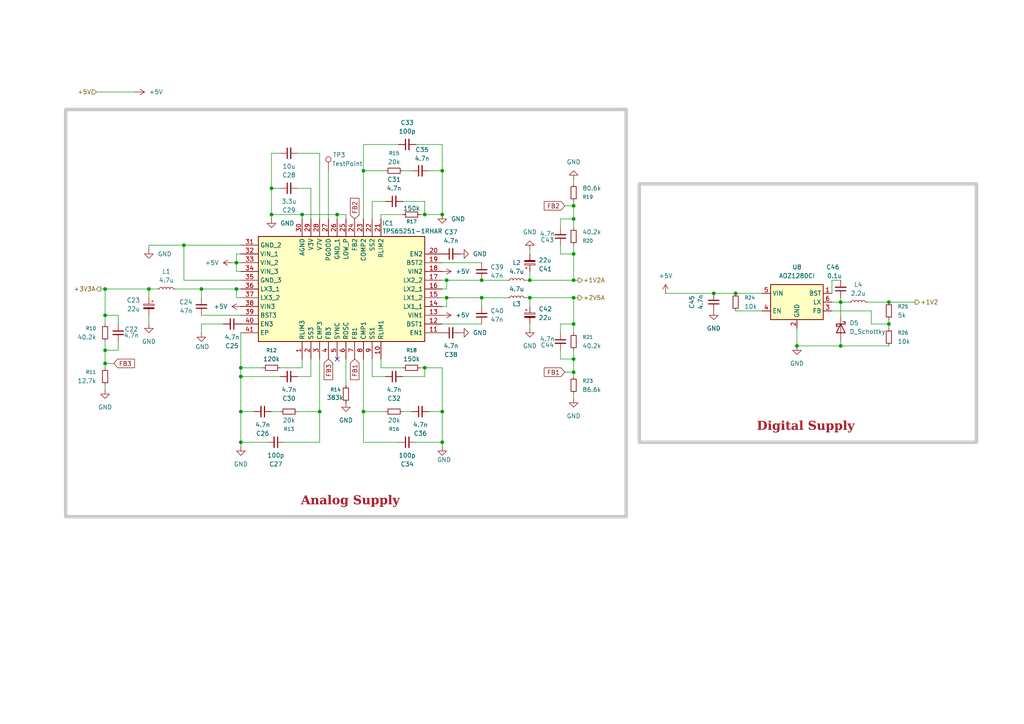
<source format=kicad_sch>
(kicad_sch (version 20250114) (generator "eeschema") (generator_version "9.0")
  (paper "A4")
  (lib_symbols
    (symbol "Connector:TestPoint" (pin_numbers (hide yes)) (pin_names (offset 0.762) (hide yes))
      (property "Reference" "TP" (at 0 6.858 0))
      (property "Value" "TestPoint" (at 0 5.08 0))
      (symbol "TestPoint_0_1"
        (circle (center 0 3.302) (radius 0.762))
      )
      (symbol "TestPoint_1_1"
        (pin passive line (at 0 0 90) (length 2.54) (name "1") (number "1"))
      )
    )
    (symbol "Device:C_Polarized_Small" (pin_numbers (hide yes)) (pin_names (offset 0.254) (hide yes))
      (property "Reference" "C" (at 0.254 1.778 0))
      (property "Value" "C_Polarized_Small" (at 0.254 -2.032 0))
      (symbol "C_Polarized_Small_0_1"
        (rectangle (start -1.524 0.6858) (end 1.524 0.3048))
        (rectangle (start -1.524 -0.3048) (end 1.524 -0.6858) (fill (type outline)))
        (polyline (pts (xy -1.27 1.524) (xy -0.762 1.524)))
        (polyline (pts (xy -1.016 1.27) (xy -1.016 1.778)))
      )
      (symbol "C_Polarized_Small_1_1"
        (pin passive line (at 0 2.54 270) (length 1.8542) (name "~") (number "1"))
        (pin passive line (at 0 -2.54 90) (length 1.8542) (name "~") (number "2"))
      )
    )
    (symbol "Device:C_Small" (pin_numbers (hide yes)) (pin_names (offset 0.254) (hide yes))
      (property "Reference" "C" (at 0.254 1.778 0))
      (property "Value" "C_Small" (at 0.254 -2.032 0))
      (symbol "C_Small_0_1"
        (polyline (pts (xy -1.524 0.508) (xy 1.524 0.508)) (stroke (width 0.3048)))
        (polyline (pts (xy -1.524 -0.508) (xy 1.524 -0.508)) (stroke (width 0.3302)))
      )
      (symbol "C_Small_1_1"
        (pin passive line (at 0 2.54 270) (length 2.032) (name "~") (number "1"))
        (pin passive line (at 0 -2.54 90) (length 2.032) (name "~") (number "2"))
      )
    )
    (symbol "Device:D_Schottky" (pin_numbers (hide yes)) (pin_names (offset 1.016) (hide yes))
      (property "Reference" "D" (at 0 2.54 0))
      (property "Value" "D_Schottky" (at 0 -2.54 0))
      (symbol "D_Schottky_0_1"
        (polyline (pts (xy -1.905 0.635) (xy -1.905 1.27) (xy -1.27 1.27) (xy -1.27 -1.27) (xy -0.635 -1.27) (xy -0.635 -0.635)) (stroke (width 0.254)))
        (polyline (pts (xy 1.27 1.27) (xy 1.27 -1.27) (xy -1.27 0) (xy 1.27 1.27)) (stroke (width 0.254)))
        (polyline (pts (xy 1.27 0) (xy -1.27 0)))
      )
      (symbol "D_Schottky_1_1"
        (pin passive line (at -3.81 0 0) (length 2.54) (name "K") (number "1"))
        (pin passive line (at 3.81 0 180) (length 2.54) (name "A") (number "2"))
      )
    )
    (symbol "Device:L_Small" (pin_numbers (hide yes)) (pin_names (offset 0.254) (hide yes))
      (property "Reference" "L" (at 0.762 1.016 0))
      (property "Value" "L_Small" (at 0.762 -1.016 0))
      (symbol "L_Small_0_1"
        (arc (start 0 2.032) (mid 0.5058 1.524) (end 0 1.016))
        (arc (start 0 1.016) (mid 0.5058 0.508) (end 0 0))
        (arc (start 0 0) (mid 0.5058 -0.508) (end 0 -1.016))
        (arc (start 0 -1.016) (mid 0.5058 -1.524) (end 0 -2.032))
      )
      (symbol "L_Small_1_1"
        (pin passive line (at 0 2.54 270) (length 0.508) (name "~") (number "1"))
        (pin passive line (at 0 -2.54 90) (length 0.508) (name "~") (number "2"))
      )
    )
    (symbol "Device:R_Small" (pin_numbers (hide yes)) (pin_names (offset 0.254) (hide yes))
      (property "Reference" "R" (at 0 0 90))
      (property "Value" "R_Small" (at 1.778 0 90))
      (symbol "R_Small_0_1"
        (rectangle (start -0.762 1.778) (end 0.762 -1.778) (stroke (width 0.2032)))
      )
      (symbol "R_Small_1_1"
        (pin passive line (at 0 2.54 270) (length 0.762) (name "~") (number "1"))
        (pin passive line (at 0 -2.54 90) (length 0.762) (name "~") (number "2"))
      )
    )
    (symbol "Regulator_Switching:AOZ1280CI"
      (property "Reference" "U" (at -6.35 -6.35 0))
      (property "Value" "AOZ1280CI" (at -2.54 6.35 0))
      (symbol "AOZ1280CI_0_1"
        (rectangle (start -7.62 5.08) (end 7.62 -5.08) (stroke (width 0.254)) (fill (type background)))
      )
      (symbol "AOZ1280CI_1_1"
        (pin power_in line (at -10.16 2.54 0) (length 2.54) (name "VIN") (number "5"))
        (pin input line (at -10.16 -2.54 0) (length 2.54) (name "EN") (number "4"))
        (pin power_in line (at 0 -7.62 90) (length 2.54) (name "GND") (number "2"))
        (pin input line (at 10.16 2.54 180) (length 2.54) (name "BST") (number "1"))
        (pin power_out line (at 10.16 0 180) (length 2.54) (name "LX") (number "6"))
        (pin input line (at 10.16 -2.54 180) (length 2.54) (name "FB") (number "3"))
      )
    )
    (symbol "TPS65251-1RHAR:TPS65251-1RHAR"
      (property "Reference" "IC" (at 36.83 17.78 0))
      (property "Value" "TPS65251-1RHAR" (at 36.83 15.24 0))
      (symbol "TPS65251-1RHAR_1_1"
        (rectangle (start 5.08 12.7) (end 35.56 -35.56) (stroke (width 0.254)) (fill (type background)))
        (pin passive line (at 0 0 0) (length 5.08) (name "RLIM3") (number "1"))
        (pin passive line (at 0 -2.54 0) (length 5.08) (name "SS3") (number "2"))
        (pin passive line (at 0 -5.08 0) (length 5.08) (name "CMP3") (number "3"))
        (pin passive line (at 0 -7.62 0) (length 5.08) (name "FB3") (number "4"))
        (pin passive line (at 0 -10.16 0) (length 5.08) (name "SYNC") (number "5"))
        (pin passive line (at 0 -12.7 0) (length 5.08) (name "ROSC") (number "6"))
        (pin passive line (at 0 -15.24 0) (length 5.08) (name "FB1") (number "7"))
        (pin passive line (at 0 -17.78 0) (length 5.08) (name "CMP1") (number "8"))
        (pin passive line (at 0 -20.32 0) (length 5.08) (name "SS1") (number "9"))
        (pin passive line (at 0 -22.86 0) (length 5.08) (name "RLIM1") (number "10"))
        (pin passive line (at 7.62 17.78 270) (length 5.08) (name "EP") (number "41"))
        (pin passive line (at 7.62 -40.64 90) (length 5.08) (name "EN1") (number "11"))
        (pin passive line (at 10.16 17.78 270) (length 5.08) (name "EN3") (number "40"))
        (pin passive line (at 10.16 -40.64 90) (length 5.08) (name "BST1") (number "12"))
        (pin passive line (at 12.7 17.78 270) (length 5.08) (name "BST3") (number "39"))
        (pin passive line (at 12.7 -40.64 90) (length 5.08) (name "VIN1") (number "13"))
        (pin passive line (at 15.24 17.78 270) (length 5.08) (name "VIN3") (number "38"))
        (pin passive line (at 15.24 -40.64 90) (length 5.08) (name "LX1_1") (number "14"))
        (pin passive line (at 17.78 17.78 270) (length 5.08) (name "LX3_2") (number "37"))
        (pin passive line (at 17.78 -40.64 90) (length 5.08) (name "LX1_2") (number "15"))
        (pin passive line (at 20.32 17.78 270) (length 5.08) (name "LX3_1") (number "36"))
        (pin passive line (at 20.32 -40.64 90) (length 5.08) (name "LX2_1") (number "16"))
        (pin passive line (at 22.86 17.78 270) (length 5.08) (name "GND_3") (number "35"))
        (pin passive line (at 22.86 -40.64 90) (length 5.08) (name "LX2_2") (number "17"))
        (pin passive line (at 25.4 17.78 270) (length 5.08) (name "VIN_3") (number "34"))
        (pin passive line (at 25.4 -40.64 90) (length 5.08) (name "VIN2") (number "18"))
        (pin passive line (at 27.94 17.78 270) (length 5.08) (name "VIN_2") (number "33"))
        (pin passive line (at 27.94 -40.64 90) (length 5.08) (name "BST2") (number "19"))
        (pin passive line (at 30.48 17.78 270) (length 5.08) (name "VIN_1") (number "32"))
        (pin passive line (at 30.48 -40.64 90) (length 5.08) (name "EN2") (number "20"))
        (pin passive line (at 33.02 17.78 270) (length 5.08) (name "GND_2") (number "31"))
        (pin passive line (at 40.64 0 180) (length 5.08) (name "AGND") (number "30"))
        (pin passive line (at 40.64 -2.54 180) (length 5.08) (name "V3V") (number "29"))
        (pin passive line (at 40.64 -5.08 180) (length 5.08) (name "V7V") (number "28"))
        (pin passive line (at 40.64 -7.62 180) (length 5.08) (name "PGOOD") (number "27"))
        (pin passive line (at 40.64 -10.16 180) (length 5.08) (name "GND_1") (number "26"))
        (pin passive line (at 40.64 -12.7 180) (length 5.08) (name "LOW_P") (number "25"))
        (pin passive line (at 40.64 -15.24 180) (length 5.08) (name "FB2") (number "24"))
        (pin passive line (at 40.64 -17.78 180) (length 5.08) (name "COMP2") (number "23"))
        (pin passive line (at 40.64 -20.32 180) (length 5.08) (name "SS2") (number "22"))
        (pin passive line (at 40.64 -22.86 180) (length 5.08) (name "RLIM2") (number "21"))
      )
    )
    (symbol "power:+5V" (power) (pin_numbers (hide yes)) (pin_names (offset 0) (hide yes))
      (property "Value" "+5V" (at 0 3.556 0))
      (symbol "+5V_0_1"
        (polyline (pts (xy -0.762 1.27) (xy 0 2.54)))
        (polyline (pts (xy 0 2.54) (xy 0.762 1.27)))
        (polyline (pts (xy 0 0) (xy 0 2.54)))
      )
      (symbol "+5V_1_1"
        (pin power_in line (at 0 0 90) (length 0) (name "~") (number "1"))
      )
    )
    (symbol "power:GND" (power) (pin_numbers (hide yes)) (pin_names (offset 0) (hide yes))
      (property "Value" "GND" (at 0 -3.81 0))
      (symbol "GND_0_1"
        (polyline (pts (xy 0 0) (xy 0 -1.27) (xy 1.27 -1.27) (xy 0 -2.54) (xy -1.27 -1.27) (xy 0 -1.27)))
      )
      (symbol "GND_1_1"
        (pin power_in line (at 0 0 270) (length 0) (name "~") (number "1"))
      )
    )
  )
  (rectangle (start 185.42 53.34) (end 283.21 128.27) (stroke (width 1) (color 200 200 200 1)))
  (rectangle (start 19.05 31.75) (end 181.61 149.86) (stroke (width 1) (color 200 200 200 1)))
  (text_box "Analog Supply" (at 71.12 140.97 0) (size 60.96 7.62) (margins 1.9049 1.9049 1.9049 1.9049) (stroke (width -0.0001)) (effects (font (size 2.54 2.54) (thickness 0.508) (bold yes)) (justify bottom)))
  (text_box "Digital Supply" (at 203.2 119.38 0) (size 60.96 7.62) (margins 1.9049 1.9049 1.9049 1.9049) (stroke (width -0.0001)) (effects (font (size 2.54 2.54) (thickness 0.508) (bold yes)) (justify bottom)))
  (junction (at 53.34 71.12))
  (junction (at 166.37 81.28))
  (junction (at 105.41 49.53))
  (junction (at 213.36 85.09))
  (junction (at 139.7 86.36))
  (junction (at 69.85 119.38))
  (junction (at 78.74 62.23))
  (junction (at 128.27 119.38))
  (junction (at 68.58 76.2))
  (junction (at 92.71 119.38))
  (junction (at 166.37 73.66))
  (junction (at 87.63 62.23))
  (junction (at 123.19 106.68))
  (junction (at 105.41 119.38))
  (junction (at 166.37 86.36))
  (junction (at 243.84 87.63))
  (junction (at 58.42 83.82))
  (junction (at 166.37 63.5))
  (junction (at 129.54 81.28))
  (junction (at 123.19 62.23))
  (junction (at 166.37 93.98))
  (junction (at 43.18 83.82))
  (junction (at 257.81 87.63))
  (junction (at 128.27 49.53))
  (junction (at 30.48 101.6))
  (junction (at 207.01 85.09))
  (junction (at 128.27 62.23))
  (junction (at 30.48 83.82))
  (junction (at 231.14 100.33))
  (junction (at 78.74 54.61))
  (junction (at 69.85 128.27))
  (junction (at 243.84 100.33))
  (junction (at 69.85 109.22))
  (junction (at 166.37 107.95))
  (junction (at 30.48 105.41))
  (junction (at 30.48 91.44))
  (junction (at 139.7 81.28))
  (junction (at 68.58 83.82))
  (junction (at 153.67 81.28))
  (junction (at 129.54 86.36))
  (junction (at 153.67 86.36))
  (junction (at 97.79 62.23))
  (junction (at 69.85 106.68))
  (junction (at 166.37 59.69))
  (junction (at 257.81 93.98))
  (junction (at 166.37 104.14))
  (junction (at 128.27 128.27))
  (no_connect (at 97.79 104.14))
  (wire (pts (xy 166.37 93.98) (xy 166.37 96.52)))
  (wire (pts (xy 105.41 119.38) (xy 105.41 128.27)))
  (wire (pts (xy 69.85 109.22) (xy 69.85 106.68)))
  (wire (pts (xy 153.67 86.36) (xy 166.37 86.36)))
  (wire (pts (xy 153.67 93.98) (xy 153.67 95.25)))
  (wire (pts (xy 231.14 100.33) (xy 243.84 100.33)))
  (wire (pts (xy 251.46 87.63) (xy 257.81 87.63)))
  (wire (pts (xy 97.79 62.23) (xy 100.33 62.23)))
  (wire (pts (xy 128.27 49.53) (xy 128.27 62.23)))
  (wire (pts (xy 243.84 87.63) (xy 246.38 87.63)))
  (wire (pts (xy 116.84 49.53) (xy 119.38 49.53)))
  (wire (pts (xy 162.56 101.6) (xy 162.56 104.14)))
  (wire (pts (xy 30.48 83.82) (xy 30.48 91.44)))
  (wire (pts (xy 153.67 78.74) (xy 153.67 81.28)))
  (wire (pts (xy 120.65 41.91) (xy 128.27 41.91)))
  (wire (pts (xy 58.42 93.98) (xy 64.77 93.98)))
  (wire (pts (xy 43.18 86.36) (xy 43.18 83.82)))
  (wire (pts (xy 78.74 54.61) (xy 81.28 54.61)))
  (wire (pts (xy 241.3 81.28) (xy 241.3 85.09)))
  (wire (pts (xy 69.85 128.27) (xy 69.85 129.54)))
  (wire (pts (xy 69.85 81.28) (xy 53.34 81.28)))
  (wire (pts (xy 153.67 73.66) (xy 153.67 72.39)))
  (wire (pts (xy 128.27 76.2) (xy 139.7 76.2)))
  (wire (pts (xy 163.83 59.69) (xy 166.37 59.69)))
  (wire (pts (xy 68.58 83.82) (xy 69.85 83.82)))
  (wire (pts (xy 163.83 107.95) (xy 166.37 107.95)))
  (wire (pts (xy 78.74 54.61) (xy 78.74 62.23)))
  (wire (pts (xy 69.85 96.52) (xy 69.85 106.68)))
  (wire (pts (xy 34.29 91.44) (xy 30.48 91.44)))
  (wire (pts (xy 121.92 62.23) (xy 123.19 62.23)))
  (wire (pts (xy 68.58 78.74) (xy 68.58 76.2)))
  (wire (pts (xy 128.27 83.82) (xy 129.54 83.82)))
  (wire (pts (xy 123.19 58.42) (xy 123.19 62.23)))
  (wire (pts (xy 78.74 44.45) (xy 78.74 54.61)))
  (wire (pts (xy 81.28 119.38) (xy 78.74 119.38)))
  (wire (pts (xy 58.42 83.82) (xy 58.42 86.36)))
  (wire (pts (xy 82.55 128.27) (xy 92.71 128.27)))
  (wire (pts (xy 58.42 83.82) (xy 68.58 83.82)))
  (wire (pts (xy 105.41 49.53) (xy 105.41 63.5)))
  (wire (pts (xy 116.84 109.22) (xy 123.19 109.22)))
  (wire (pts (xy 128.27 62.23) (xy 123.19 62.23)))
  (wire (pts (xy 105.41 41.91) (xy 115.57 41.91)))
  (wire (pts (xy 34.29 99.06) (xy 34.29 101.6)))
  (wire (pts (xy 68.58 73.66) (xy 69.85 73.66)))
  (wire (pts (xy 162.56 71.12) (xy 162.56 73.66)))
  (wire (pts (xy 121.92 106.68) (xy 123.19 106.68)))
  (wire (pts (xy 30.48 99.06) (xy 30.48 101.6)))
  (wire (pts (xy 87.63 62.23) (xy 97.79 62.23)))
  (wire (pts (xy 68.58 76.2) (xy 68.58 73.66)))
  (wire (pts (xy 166.37 86.36) (xy 167.64 86.36)))
  (wire (pts (xy 166.37 73.66) (xy 166.37 81.28)))
  (wire (pts (xy 124.46 49.53) (xy 128.27 49.53)))
  (wire (pts (xy 166.37 107.95) (xy 166.37 109.22)))
  (wire (pts (xy 27.94 26.67) (xy 39.37 26.67)))
  (wire (pts (xy 110.49 104.14) (xy 110.49 106.68)))
  (wire (pts (xy 147.32 86.36) (xy 139.7 86.36)))
  (wire (pts (xy 81.28 44.45) (xy 78.74 44.45)))
  (wire (pts (xy 129.54 81.28) (xy 129.54 83.82)))
  (wire (pts (xy 30.48 113.03) (xy 30.48 111.76)))
  (wire (pts (xy 30.48 105.41) (xy 30.48 106.68)))
  (wire (pts (xy 162.56 66.04) (xy 162.56 63.5)))
  (wire (pts (xy 87.63 104.14) (xy 87.63 106.68)))
  (wire (pts (xy 95.25 49.53) (xy 95.25 63.5)))
  (wire (pts (xy 107.95 104.14) (xy 107.95 109.22)))
  (wire (pts (xy 110.49 62.23) (xy 116.84 62.23)))
  (wire (pts (xy 69.85 109.22) (xy 81.28 109.22)))
  (wire (pts (xy 166.37 71.12) (xy 166.37 73.66)))
  (wire (pts (xy 257.81 93.98) (xy 257.81 95.25)))
  (wire (pts (xy 107.95 58.42) (xy 107.95 63.5)))
  (wire (pts (xy 243.84 86.36) (xy 243.84 87.63)))
  (wire (pts (xy 124.46 119.38) (xy 128.27 119.38)))
  (wire (pts (xy 58.42 96.52) (xy 58.42 93.98)))
  (wire (pts (xy 162.56 73.66) (xy 166.37 73.66)))
  (wire (pts (xy 43.18 71.12) (xy 53.34 71.12)))
  (wire (pts (xy 81.28 106.68) (xy 87.63 106.68)))
  (wire (pts (xy 30.48 101.6) (xy 30.48 105.41)))
  (wire (pts (xy 87.63 62.23) (xy 87.63 63.5)))
  (wire (pts (xy 139.7 81.28) (xy 147.32 81.28)))
  (wire (pts (xy 252.73 93.98) (xy 252.73 90.17)))
  (wire (pts (xy 86.36 109.22) (xy 90.17 109.22)))
  (wire (pts (xy 162.56 104.14) (xy 166.37 104.14)))
  (wire (pts (xy 34.29 93.98) (xy 34.29 91.44)))
  (wire (pts (xy 105.41 128.27) (xy 115.57 128.27)))
  (wire (pts (xy 153.67 81.28) (xy 152.4 81.28)))
  (wire (pts (xy 69.85 86.36) (xy 68.58 86.36)))
  (wire (pts (xy 139.7 86.36) (xy 139.7 88.9)))
  (wire (pts (xy 69.85 91.44) (xy 58.42 91.44)))
  (wire (pts (xy 120.65 128.27) (xy 128.27 128.27)))
  (wire (pts (xy 68.58 76.2) (xy 69.85 76.2)))
  (wire (pts (xy 166.37 59.69) (xy 166.37 63.5)))
  (wire (pts (xy 162.56 96.52) (xy 162.56 93.98)))
  (wire (pts (xy 73.66 119.38) (xy 69.85 119.38)))
  (wire (pts (xy 53.34 81.28) (xy 53.34 71.12)))
  (wire (pts (xy 166.37 104.14) (xy 166.37 107.95)))
  (wire (pts (xy 166.37 86.36) (xy 166.37 93.98)))
  (wire (pts (xy 116.84 119.38) (xy 119.38 119.38)))
  (wire (pts (xy 243.84 99.06) (xy 243.84 100.33)))
  (wire (pts (xy 166.37 81.28) (xy 167.64 81.28)))
  (wire (pts (xy 243.84 87.63) (xy 243.84 91.44)))
  (wire (pts (xy 166.37 63.5) (xy 166.37 66.04)))
  (wire (pts (xy 252.73 93.98) (xy 257.81 93.98)))
  (wire (pts (xy 257.81 87.63) (xy 265.43 87.63)))
  (wire (pts (xy 128.27 86.36) (xy 129.54 86.36)))
  (wire (pts (xy 153.67 86.36) (xy 152.4 86.36)))
  (wire (pts (xy 68.58 83.82) (xy 68.58 86.36)))
  (wire (pts (xy 128.27 106.68) (xy 128.27 119.38)))
  (wire (pts (xy 153.67 88.9) (xy 153.67 86.36)))
  (wire (pts (xy 231.14 95.25) (xy 231.14 100.33)))
  (wire (pts (xy 69.85 106.68) (xy 76.2 106.68)))
  (wire (pts (xy 43.18 72.39) (xy 43.18 71.12)))
  (wire (pts (xy 107.95 109.22) (xy 111.76 109.22)))
  (wire (pts (xy 29.21 83.82) (xy 30.48 83.82)))
  (wire (pts (xy 153.67 81.28) (xy 166.37 81.28)))
  (wire (pts (xy 110.49 63.5) (xy 110.49 62.23)))
  (wire (pts (xy 207.01 85.09) (xy 213.36 85.09)))
  (wire (pts (xy 128.27 93.98) (xy 139.7 93.98)))
  (wire (pts (xy 128.27 41.91) (xy 128.27 49.53)))
  (wire (pts (xy 128.27 81.28) (xy 129.54 81.28)))
  (wire (pts (xy 86.36 119.38) (xy 92.71 119.38)))
  (wire (pts (xy 241.3 90.17) (xy 252.73 90.17)))
  (wire (pts (xy 241.3 87.63) (xy 243.84 87.63)))
  (wire (pts (xy 162.56 63.5) (xy 166.37 63.5)))
  (wire (pts (xy 90.17 104.14) (xy 90.17 109.22)))
  (wire (pts (xy 107.95 58.42) (xy 111.76 58.42)))
  (wire (pts (xy 105.41 49.53) (xy 111.76 49.53)))
  (wire (pts (xy 128.27 129.54) (xy 128.27 128.27)))
  (wire (pts (xy 92.71 44.45) (xy 92.71 63.5)))
  (wire (pts (xy 92.71 104.14) (xy 92.71 119.38)))
  (wire (pts (xy 110.49 106.68) (xy 116.84 106.68)))
  (wire (pts (xy 43.18 91.44) (xy 43.18 93.98)))
  (wire (pts (xy 90.17 54.61) (xy 90.17 63.5)))
  (wire (pts (xy 243.84 100.33) (xy 257.81 100.33)))
  (wire (pts (xy 68.58 78.74) (xy 69.85 78.74)))
  (wire (pts (xy 50.8 83.82) (xy 58.42 83.82)))
  (wire (pts (xy 105.41 119.38) (xy 111.76 119.38)))
  (wire (pts (xy 213.36 85.09) (xy 220.98 85.09)))
  (wire (pts (xy 69.85 119.38) (xy 69.85 128.27)))
  (wire (pts (xy 166.37 52.07) (xy 166.37 53.34)))
  (wire (pts (xy 30.48 91.44) (xy 30.48 93.98)))
  (wire (pts (xy 128.27 88.9) (xy 129.54 88.9)))
  (wire (pts (xy 34.29 101.6) (xy 30.48 101.6)))
  (wire (pts (xy 92.71 119.38) (xy 92.71 128.27)))
  (wire (pts (xy 105.41 41.91) (xy 105.41 49.53)))
  (wire (pts (xy 67.31 76.2) (xy 68.58 76.2)))
  (wire (pts (xy 129.54 86.36) (xy 129.54 88.9)))
  (wire (pts (xy 166.37 59.69) (xy 166.37 58.42)))
  (wire (pts (xy 257.81 92.71) (xy 257.81 93.98)))
  (wire (pts (xy 128.27 119.38) (xy 128.27 128.27)))
  (wire (pts (xy 30.48 83.82) (xy 43.18 83.82)))
  (wire (pts (xy 33.02 105.41) (xy 30.48 105.41)))
  (wire (pts (xy 162.56 93.98) (xy 166.37 93.98)))
  (wire (pts (xy 166.37 101.6) (xy 166.37 104.14)))
  (wire (pts (xy 193.04 85.09) (xy 207.01 85.09)))
  (wire (pts (xy 53.34 71.12) (xy 69.85 71.12)))
  (wire (pts (xy 123.19 106.68) (xy 128.27 106.68)))
  (wire (pts (xy 69.85 128.27) (xy 77.47 128.27)))
  (wire (pts (xy 116.84 58.42) (xy 123.19 58.42)))
  (wire (pts (xy 213.36 90.17) (xy 220.98 90.17)))
  (wire (pts (xy 166.37 115.57) (xy 166.37 114.3)))
  (wire (pts (xy 69.85 109.22) (xy 69.85 119.38)))
  (wire (pts (xy 100.33 63.5) (xy 100.33 62.23)))
  (wire (pts (xy 97.79 62.23) (xy 97.79 63.5)))
  (wire (pts (xy 86.36 44.45) (xy 92.71 44.45)))
  (wire (pts (xy 123.19 109.22) (xy 123.19 106.68)))
  (wire (pts (xy 78.74 62.23) (xy 78.74 63.5)))
  (wire (pts (xy 105.41 104.14) (xy 105.41 119.38)))
  (wire (pts (xy 129.54 86.36) (xy 139.7 86.36)))
  (wire (pts (xy 86.36 54.61) (xy 90.17 54.61)))
  (wire (pts (xy 100.33 104.14) (xy 100.33 111.76)))
  (wire (pts (xy 87.63 62.23) (xy 78.74 62.23)))
  (wire (pts (xy 129.54 81.28) (xy 139.7 81.28)))
  (wire (pts (xy 241.3 81.28) (xy 243.84 81.28)))
  (wire (pts (xy 43.18 83.82) (xy 45.72 83.82)))
  (global_label "FB3" (shape input) (at 33.02 105.41 0) (property "Intersheetrefs" "${INTERSHEET_REFS}" (effects (hide yes))))
  (global_label "FB2" (shape input) (at 163.83 59.69 180) (property "Intersheetrefs" "${INTERSHEET_REFS}" (effects (hide yes))))
  (global_label "FB1" (shape input) (at 163.83 107.95 180) (property "Intersheetrefs" "${INTERSHEET_REFS}" (effects (hide yes))))
  (global_label "FB1" (shape input) (at 102.87 104.14 270) (property "Intersheetrefs" "${INTERSHEET_REFS}" (effects (hide yes))))
  (global_label "FB3" (shape input) (at 95.25 104.14 270) (property "Intersheetrefs" "${INTERSHEET_REFS}" (effects (hide yes))))
  (global_label "FB2" (shape input) (at 102.87 63.5 90) (property "Intersheetrefs" "${INTERSHEET_REFS}" (effects (hide yes))))
  (hierarchical_label "+2V5A" (shape output) (at 167.64 86.36 0))
  (hierarchical_label "+1V2" (shape output) (at 265.43 87.63 0))
  (hierarchical_label "+1V2A" (shape output) (at 167.64 81.28 0))
  (hierarchical_label "+5V" (shape input) (at 27.94 26.67 180))
  (hierarchical_label "+3V3A" (shape output) (at 29.21 83.82 180))
  (symbol (lib_id "Device:L_Small") (at 149.86 81.28 90) (unit 1)
    (property "Reference" "L2" (at 149.86 76.2 90))
    (property "Value" "4.7u" (at 149.86 78.74 90))
    (property "Description" "Inductor, small symbol" (effects (hide yes)))
  )
  (symbol (lib_id "Device:R_Small") (at 257.81 90.17 0) (unit 1)
    (property "Reference" "R25" (at 260.35 88.8999 0) (effects (font (size 1.016 1.016)) (justify left)))
    (property "Value" "5k" (at 260.35 91.4399 0) (effects (justify left)))
    (property "Description" "Resistor, small symbol" (effects (hide yes)))
  )
  (symbol (lib_id "power:GND") (at 69.85 129.54 0) (unit 1)
    (property "Reference" "#PWR036" (effects (hide yes)))
    (property "Value" "GND" (at 69.85 134.62 0))
    (property "Description" "Power symbol creates a global label with name \"GND\" , ground" (effects (hide yes)))
  )
  (symbol (lib_id "power:+5V") (at 193.04 85.09 0) (unit 1)
    (property "Reference" "#PWR055" (effects (hide yes)))
    (property "Value" "+5V" (at 193.04 80.01 0))
    (property "Description" "Power symbol creates a global label with name \"+5V\"" (effects (hide yes)))
  )
  (symbol (lib_id "Device:C_Small") (at 83.82 109.22 270) (unit 1)
    (property "Reference" "C30" (at 83.8137 115.57 90))
    (property "Value" "4.7n" (at 83.8137 113.03 90))
    (property "Description" "Unpolarized capacitor, small symbol" (effects (hide yes)))
  )
  (symbol (lib_id "power:GND") (at 78.74 63.5 0) (mirror y) (unit 1)
    (property "Reference" "#PWR040" (effects (hide yes)))
    (property "Value" "GND" (at 81.28 64.7699 0) (effects (justify right)))
    (property "Description" "Power symbol creates a global label with name \"GND\" , ground" (effects (hide yes)))
  )
  (symbol (lib_id "Device:R_Small") (at 78.74 106.68 270) (mirror x) (unit 1)
    (property "Reference" "R12" (at 78.74 101.6 90) (effects (font (size 1.016 1.016))))
    (property "Value" "120k" (at 78.74 104.14 90))
    (property "Description" "Resistor, small symbol" (effects (hide yes)))
  )
  (symbol (lib_id "Device:C_Small") (at 207.01 87.63 180) (unit 1)
    (property "Reference" "C45" (at 200.66 87.6237 90))
    (property "Value" "4.7n" (at 203.2 87.6237 90))
    (property "Description" "Unpolarized capacitor, small symbol" (effects (hide yes)))
  )
  (symbol (lib_id "Device:C_Small") (at 34.29 96.52 0) (unit 1)
    (property "Reference" "C22" (at 38.1 95.504 0))
    (property "Value" "4.7n" (at 38.1 97.282 0))
    (property "Description" "Unpolarized capacitor, small symbol" (effects (hide yes)))
  )
  (symbol (lib_id "Device:C_Small") (at 162.56 68.58 180) (unit 1)
    (property "Reference" "C43" (at 158.75 69.596 0))
    (property "Value" "4.7n" (at 158.75 67.818 0))
    (property "Description" "Unpolarized capacitor, small symbol" (effects (hide yes)))
  )
  (symbol (lib_id "Device:C_Small") (at 118.11 41.91 90) (unit 1)
    (property "Reference" "C33" (at 118.1163 35.56 90))
    (property "Value" "100p" (at 118.1163 38.1 90))
    (property "Description" "Unpolarized capacitor, small symbol" (effects (hide yes)))
  )
  (symbol (lib_id "Device:C_Small") (at 83.82 54.61 90) (mirror x) (unit 1)
    (property "Reference" "C29" (at 83.8263 60.96 90))
    (property "Value" "3.3u" (at 83.8263 58.42 90))
    (property "Description" "Unpolarized capacitor, small symbol" (effects (hide yes)))
  )
  (symbol (lib_id "power:+5V") (at 128.27 78.74 270) (unit 1)
    (property "Reference" "#PWR045" (effects (hide yes)))
    (property "Value" "+5V" (at 132.08 78.7399 90) (effects (justify left)))
    (property "Description" "Power symbol creates a global label with name \"+5V\"" (effects (hide yes)))
  )
  (symbol (lib_id "Regulator_Switching:AOZ1280CI") (at 231.14 87.63 0) (unit 1)
    (property "Reference" "U8" (at 231.14 77.47 0))
    (property "Value" "AOZ1280CI" (at 231.14 80.01 0))
    (property "Footprint" "Package_TO_SOT_SMD:SOT-23-6" (effects (hide yes)))
    (property "Datasheet" "http://aosmd.com/res/data_sheets/AOZ1280CI.pdf" (effects (hide yes)))
    (property "Description" "1.2 A Simple Buck Regulator, 3-26V input, 1.5Mhz" (effects (hide yes)))
  )
  (symbol (lib_id "Device:R_Small") (at 114.3 49.53 90) (unit 1)
    (property "Reference" "R15" (at 114.3 44.45 90) (effects (font (size 1.016 1.016))))
    (property "Value" "20k" (at 114.3 46.99 90))
    (property "Description" "Resistor, small symbol" (effects (hide yes)))
  )
  (symbol (lib_id "Device:R_Small") (at 166.37 99.06 0) (unit 1)
    (property "Reference" "R21" (at 168.91 97.7899 0) (effects (font (size 1.016 1.016)) (justify left)))
    (property "Value" "40.2k" (at 168.91 100.3299 0) (effects (justify left)))
    (property "Description" "Resistor, small symbol" (effects (hide yes)))
  )
  (symbol (lib_id "power:GND") (at 128.27 62.23 0) (mirror y) (unit 1)
    (property "Reference" "#PWR044" (effects (hide yes)))
    (property "Value" "GND" (at 130.81 63.4999 0) (effects (justify right)))
    (property "Description" "Power symbol creates a global label with name \"GND\" , ground" (effects (hide yes)))
  )
  (symbol (lib_id "power:GND") (at 43.18 72.39 0) (unit 1)
    (property "Reference" "#PWR033" (effects (hide yes)))
    (property "Value" "GND" (at 45.72 73.6599 0) (effects (justify left)))
    (property "Description" "Power symbol creates a global label with name \"GND\" , ground" (effects (hide yes)))
  )
  (symbol (lib_id "Device:D_Schottky") (at 243.84 95.25 270) (unit 1)
    (property "Reference" "D5" (at 246.38 93.6624 90) (effects (justify left)))
    (property "Value" "D_Schottky" (at 246.38 96.2024 90) (effects (justify left)))
    (property "Description" "Schottky diode" (effects (hide yes)))
  )
  (symbol (lib_id "Device:C_Polarized_Small") (at 153.67 76.2 0) (mirror x) (unit 1)
    (property "Reference" "C41" (at 156.21 78.0162 0) (effects (justify left)))
    (property "Value" "22u" (at 156.21 75.4762 0) (effects (justify left)))
    (property "Description" "Polarized capacitor, small symbol" (effects (hide yes)))
  )
  (symbol (lib_id "Device:C_Small") (at 83.82 44.45 90) (mirror x) (unit 1)
    (property "Reference" "C28" (at 83.8263 50.8 90))
    (property "Value" "10u" (at 83.8263 48.26 90))
    (property "Description" "Unpolarized capacitor, small symbol" (effects (hide yes)))
  )
  (symbol (lib_id "Device:C_Small") (at 243.84 83.82 180) (unit 1)
    (property "Reference" "C46" (at 241.554 77.47 0))
    (property "Value" "0.1u" (at 242.062 80.01 0))
    (property "Description" "Unpolarized capacitor, small symbol" (effects (hide yes)))
  )
  (symbol (lib_id "Device:R_Small") (at 30.48 109.22 0) (mirror y) (unit 1)
    (property "Reference" "R11" (at 27.94 107.9499 0) (effects (font (size 1.016 1.016)) (justify left)))
    (property "Value" "12.7k" (at 27.94 110.4899 0) (effects (justify left)))
    (property "Description" "Resistor, small symbol" (effects (hide yes)))
  )
  (symbol (lib_id "power:GND") (at 153.67 72.39 0) (mirror x) (unit 1)
    (property "Reference" "#PWR051" (effects (hide yes)))
    (property "Value" "GND" (at 153.67 67.31 0))
    (property "Description" "Power symbol creates a global label with name \"GND\" , ground" (effects (hide yes)))
  )
  (symbol (lib_id "Device:L_Small") (at 248.92 87.63 90) (unit 1)
    (property "Reference" "L4" (at 248.92 82.55 90))
    (property "Value" "2.2u" (at 248.92 85.09 90))
    (property "Description" "Inductor, small symbol" (effects (hide yes)))
  )
  (symbol (lib_id "power:GND") (at 128.27 129.54 0) (unit 1)
    (property "Reference" "#PWR048" (effects (hide yes)))
    (property "Value" "GND" (at 126.746 133.35 0) (effects (justify left)))
    (property "Description" "Power symbol creates a global label with name \"GND\" , ground" (effects (hide yes)))
  )
  (symbol (lib_id "power:+5V") (at 69.85 88.9 90) (unit 1)
    (property "Reference" "#PWR035" (effects (hide yes)))
    (property "Value" "+5V" (at 66.04 88.8999 90) (effects (justify left)))
    (property "Description" "Power symbol creates a global label with name \"+5V\"" (effects (hide yes)))
  )
  (symbol (lib_id "Device:C_Small") (at 67.31 93.98 270) (unit 1)
    (property "Reference" "C25" (at 67.3037 100.33 90))
    (property "Value" "4.7n" (at 67.3037 97.79 90))
    (property "Description" "Unpolarized capacitor, small symbol" (effects (hide yes)))
  )
  (symbol (lib_id "Device:R_Small") (at 83.82 119.38 270) (unit 1)
    (property "Reference" "R13" (at 83.82 124.46 90) (effects (font (size 1.016 1.016))))
    (property "Value" "20k" (at 83.82 121.92 90))
    (property "Description" "Resistor, small symbol" (effects (hide yes)))
  )
  (symbol (lib_id "Device:C_Polarized_Small") (at 153.67 91.44 0) (unit 1)
    (property "Reference" "C42" (at 156.21 89.6238 0) (effects (justify left)))
    (property "Value" "22u" (at 156.21 92.1638 0) (effects (justify left)))
    (property "Description" "Polarized capacitor, small symbol" (effects (hide yes)))
  )
  (symbol (lib_id "power:GND") (at 100.33 116.84 0) (unit 1)
    (property "Reference" "#PWR042" (effects (hide yes)))
    (property "Value" "GND" (at 100.33 121.92 0))
    (property "Description" "Power symbol creates a global label with name \"GND\" , ground" (effects (hide yes)))
  )
  (symbol (lib_id "power:GND") (at 133.35 96.52 90) (unit 1)
    (property "Reference" "#PWR050" (effects (hide yes)))
    (property "Value" "GND" (at 137.16 96.5199 90) (effects (justify right)))
    (property "Description" "Power symbol creates a global label with name \"GND\" , ground" (effects (hide yes)))
  )
  (symbol (lib_id "power:+5V") (at 128.27 91.44 270) (unit 1)
    (property "Reference" "#PWR046" (effects (hide yes)))
    (property "Value" "+5V" (at 132.08 91.4399 90) (effects (justify left)))
    (property "Description" "Power symbol creates a global label with name \"+5V\"" (effects (hide yes)))
  )
  (symbol (lib_id "power:GND") (at 166.37 52.07 0) (mirror x) (unit 1)
    (property "Reference" "#PWR053" (effects (hide yes)))
    (property "Value" "GND" (at 166.37 46.99 0))
    (property "Description" "Power symbol creates a global label with name \"GND\" , ground" (effects (hide yes)))
  )
  (symbol (lib_id "Device:L_Small") (at 149.86 86.36 90) (unit 1)
    (property "Reference" "L3" (at 149.86 88.138 90))
    (property "Value" "4.7u" (at 149.86 83.82 90))
    (property "Description" "Inductor, small symbol" (effects (hide yes)))
  )
  (symbol (lib_id "Device:C_Small") (at 162.56 99.06 0) (mirror y) (unit 1)
    (property "Reference" "C44" (at 158.75 100.076 0))
    (property "Value" "4.7n" (at 158.75 98.298 0))
    (property "Description" "Unpolarized capacitor, small symbol" (effects (hide yes)))
  )
  (symbol (lib_id "TPS65251-1RHAR:TPS65251-1RHAR") (at 87.63 104.14 90) (unit 1)
    (property "Reference" "IC1" (at 112.522 64.77 90))
    (property "Value" "TPS65251-1RHAR" (at 119.634 67.056 90))
    (property "Footprint" "QFN50P600X600X100-41N-D" (effects (hide yes)))
    (property "Datasheet" "http://www.ti.com/lit/gpn/TPS65251-1" (effects (hide yes)))
    (property "Description" "4.5-V to 18-V input, 3A/2A/2A output, Synchronous triple buck converter" (effects (hide yes)))
    (property "Height" "1" (effects (hide yes)))
    (property "Manufacturer_Name" "Texas Instruments" (effects (hide yes)))
    (property "Manufacturer_Part_Number" "TPS65251-1RHAR" (effects (hide yes)))
    (property "Mouser Part Number" "595-TPS65251-1RHAR" (effects (hide yes)))
    (property "Mouser Price/Stock" "https://www.mouser.co.uk/ProductDetail/Texas-Instruments/TPS65251-1RHAR?qs=JRStGrVgRuSy8em9PUe0zA%3D%3D" (effects (hide yes)))
    (property "Arrow Part Number" "TPS65251-1RHAR" (effects (hide yes)))
    (property "Arrow Price/Stock" "https://www.arrow.com/en/products/tps65251-1rhar/texas-instruments?region=nac" (effects (hide yes)))
  )
  (symbol (lib_id "Device:R_Small") (at 257.81 97.79 0) (unit 1)
    (property "Reference" "R26" (at 260.35 96.5199 0) (effects (font (size 1.016 1.016)) (justify left)))
    (property "Value" "10k" (at 260.35 99.0599 0) (effects (justify left)))
    (property "Description" "Resistor, small symbol" (effects (hide yes)))
  )
  (symbol (lib_id "Device:R_Small") (at 166.37 111.76 0) (unit 1)
    (property "Reference" "R23" (at 168.91 110.4899 0) (effects (font (size 1.016 1.016)) (justify left)))
    (property "Value" "86.6k" (at 168.91 113.0299 0) (effects (justify left)))
    (property "Description" "Resistor, small symbol" (effects (hide yes)))
  )
  (symbol (lib_id "Device:C_Small") (at 114.3 58.42 90) (unit 1)
    (property "Reference" "C31" (at 114.3063 52.07 90))
    (property "Value" "4.7n" (at 114.3063 54.61 90))
    (property "Description" "Unpolarized capacitor, small symbol" (effects (hide yes)))
  )
  (symbol (lib_id "power:+5V") (at 39.37 26.67 270) (unit 1)
    (property "Reference" "#PWR029" (effects (hide yes)))
    (property "Value" "+5V" (at 43.18 26.6699 90) (effects (justify left)))
    (property "Description" "Power symbol creates a global label with name \"+5V\"" (effects (hide yes)))
  )
  (symbol (lib_id "Device:R_Small") (at 119.38 62.23 90) (mirror x) (unit 1)
    (property "Reference" "R17" (at 119.38 64.262 90) (effects (font (size 1.016 1.016))))
    (property "Value" "150k" (at 119.38 60.452 90))
    (property "Description" "Resistor, small symbol" (effects (hide yes)))
  )
  (symbol (lib_id "Connector:TestPoint") (at 95.25 49.53 0) (unit 1)
    (property "Reference" "TP3" (at 96.52 44.958 0) (effects (justify left)))
    (property "Value" "TestPoint" (at 96.266 47.498 0) (effects (justify left)))
    (property "Description" "test point" (effects (hide yes)))
  )
  (symbol (lib_id "power:+5V") (at 67.31 76.2 90) (unit 1)
    (property "Reference" "#PWR031" (effects (hide yes)))
    (property "Value" "+5V" (at 63.5 76.1999 90) (effects (justify left)))
    (property "Description" "Power symbol creates a global label with name \"+5V\"" (effects (hide yes)))
  )
  (symbol (lib_id "Device:R_Small") (at 119.38 106.68 90) (unit 1)
    (property "Reference" "R18" (at 119.38 101.6 90) (effects (font (size 1.016 1.016))))
    (property "Value" "150k" (at 119.38 104.14 90))
    (property "Description" "Resistor, small symbol" (effects (hide yes)))
  )
  (symbol (lib_id "Device:C_Small") (at 139.7 91.44 180) (unit 1)
    (property "Reference" "C40" (at 142.24 90.1635 0) (effects (justify right)))
    (property "Value" "47n" (at 142.24 92.7035 0) (effects (justify right)))
    (property "Description" "Unpolarized capacitor, small symbol" (effects (hide yes)))
  )
  (symbol (lib_id "Device:L_Small") (at 48.26 83.82 270) (mirror x) (unit 1)
    (property "Reference" "L1" (at 48.26 78.74 90))
    (property "Value" "4.7u" (at 48.26 81.28 90))
    (property "Description" "Inductor, small symbol" (effects (hide yes)))
  )
  (symbol (lib_id "Device:R_Small") (at 213.36 87.63 0) (unit 1)
    (property "Reference" "R24" (at 215.9 86.3599 0) (effects (font (size 1.016 1.016)) (justify left)))
    (property "Value" "10k" (at 215.9 88.8999 0) (effects (justify left)))
    (property "Description" "Resistor, small symbol" (effects (hide yes)))
  )
  (symbol (lib_id "power:GND") (at 30.48 113.03 0) (mirror y) (unit 1)
    (property "Reference" "#PWR028" (effects (hide yes)))
    (property "Value" "GND" (at 30.48 118.11 0))
    (property "Description" "Power symbol creates a global label with name \"GND\" , ground" (effects (hide yes)))
  )
  (symbol (lib_id "Device:C_Small") (at 130.81 96.52 90) (mirror x) (unit 1)
    (property "Reference" "C38" (at 130.8163 102.87 90))
    (property "Value" "4.7n" (at 130.8163 100.33 90))
    (property "Description" "Unpolarized capacitor, small symbol" (effects (hide yes)))
  )
  (symbol (lib_id "power:GND") (at 153.67 95.25 0) (unit 1)
    (property "Reference" "#PWR052" (effects (hide yes)))
    (property "Value" "GND" (at 153.67 100.33 0))
    (property "Description" "Power symbol creates a global label with name \"GND\" , ground" (effects (hide yes)))
  )
  (symbol (lib_id "Device:R_Small") (at 166.37 55.88 0) (mirror x) (unit 1)
    (property "Reference" "R19" (at 168.91 57.1501 0) (effects (font (size 1.016 1.016)) (justify left)))
    (property "Value" "80.6k" (at 168.91 54.6101 0) (effects (justify left)))
    (property "Description" "Resistor, small symbol" (effects (hide yes)))
  )
  (symbol (lib_id "Device:C_Polarized_Small") (at 43.18 88.9 0) (mirror y) (unit 1)
    (property "Reference" "C23" (at 40.64 87.0838 0) (effects (justify left)))
    (property "Value" "22u" (at 40.64 89.6238 0) (effects (justify left)))
    (property "Description" "Polarized capacitor, small symbol" (effects (hide yes)))
  )
  (symbol (lib_id "Device:C_Small") (at 139.7 78.74 180) (unit 1)
    (property "Reference" "C39" (at 142.24 77.4635 0) (effects (justify right)))
    (property "Value" "47n" (at 142.24 80.0035 0) (effects (justify right)))
    (property "Description" "Unpolarized capacitor, small symbol" (effects (hide yes)))
  )
  (symbol (lib_id "Device:C_Small") (at 118.11 128.27 90) (mirror x) (unit 1)
    (property "Reference" "C34" (at 118.1163 134.62 90))
    (property "Value" "100p" (at 118.1163 132.08 90))
    (property "Description" "Unpolarized capacitor, small symbol" (effects (hide yes)))
  )
  (symbol (lib_id "power:GND") (at 231.14 100.33 0) (unit 1)
    (property "Reference" "#PWR057" (effects (hide yes)))
    (property "Value" "GND" (at 231.14 105.41 0))
    (property "Description" "Power symbol creates a global label with name \"GND\" , ground" (effects (hide yes)))
  )
  (symbol (lib_id "Device:C_Small") (at 80.01 128.27 270) (unit 1)
    (property "Reference" "C27" (at 80.0037 134.62 90))
    (property "Value" "100p" (at 80.0037 132.08 90))
    (property "Description" "Unpolarized capacitor, small symbol" (effects (hide yes)))
  )
  (symbol (lib_id "Device:C_Small") (at 58.42 88.9 0) (mirror x) (unit 1)
    (property "Reference" "C24" (at 55.88 87.6235 0) (effects (justify right)))
    (property "Value" "47n" (at 55.88 90.1635 0) (effects (justify right)))
    (property "Description" "Unpolarized capacitor, small symbol" (effects (hide yes)))
  )
  (symbol (lib_id "power:GND") (at 166.37 115.57 0) (unit 1)
    (property "Reference" "#PWR054" (effects (hide yes)))
    (property "Value" "GND" (at 166.37 120.65 0))
    (property "Description" "Power symbol creates a global label with name \"GND\" , ground" (effects (hide yes)))
  )
  (symbol (lib_id "Device:C_Small") (at 121.92 49.53 90) (unit 1)
    (property "Reference" "C35" (at 122.428 43.434 90))
    (property "Value" "4.7n" (at 122.428 45.974 90))
    (property "Description" "Unpolarized capacitor, small symbol" (effects (hide yes)))
  )
  (symbol (lib_id "Device:R_Small") (at 114.3 119.38 90) (mirror x) (unit 1)
    (property "Reference" "R16" (at 114.3 124.46 90) (effects (font (size 1.016 1.016))))
    (property "Value" "20k" (at 114.3 121.92 90))
    (property "Description" "Resistor, small symbol" (effects (hide yes)))
  )
  (symbol (lib_id "Device:C_Small") (at 114.3 109.22 90) (mirror x) (unit 1)
    (property "Reference" "C32" (at 114.3063 115.57 90))
    (property "Value" "4.7n" (at 114.3063 113.03 90))
    (property "Description" "Unpolarized capacitor, small symbol" (effects (hide yes)))
  )
  (symbol (lib_id "power:GND") (at 207.01 90.17 0) (unit 1)
    (property "Reference" "#PWR056" (effects (hide yes)))
    (property "Value" "GND" (at 207.01 95.25 0))
    (property "Description" "Power symbol creates a global label with name \"GND\" , ground" (effects (hide yes)))
  )
  (symbol (lib_id "Device:C_Small") (at 130.81 73.66 90) (unit 1)
    (property "Reference" "C37" (at 130.8163 67.31 90))
    (property "Value" "4.7n" (at 130.8163 69.85 90))
    (property "Description" "Unpolarized capacitor, small symbol" (effects (hide yes)))
  )
  (symbol (lib_id "Device:C_Small") (at 121.92 119.38 90) (mirror x) (unit 1)
    (property "Reference" "C36" (at 121.9263 125.73 90))
    (property "Value" "4.7n" (at 121.9263 123.19 90))
    (property "Description" "Unpolarized capacitor, small symbol" (effects (hide yes)))
  )
  (symbol (lib_id "Device:R_Small") (at 100.33 114.3 180) (unit 1)
    (property "Reference" "R14" (at 95.758 113.03 0) (effects (font (size 1.016 1.016)) (justify right)))
    (property "Value" "383k" (at 94.742 115.316 0) (effects (justify right)))
    (property "Description" "Resistor, small symbol" (effects (hide yes)))
  )
  (symbol (lib_id "power:GND") (at 58.42 96.52 0) (mirror y) (unit 1)
    (property "Reference" "#PWR032" (effects (hide yes)))
    (property "Value" "GND" (at 56.642 100.584 0) (effects (justify right)))
    (property "Description" "Power symbol creates a global label with name \"GND\" , ground" (effects (hide yes)))
  )
  (symbol (lib_id "power:GND") (at 43.18 93.98 0) (unit 1)
    (property "Reference" "#PWR030" (effects (hide yes)))
    (property "Value" "GND" (at 43.18 99.06 0))
    (property "Description" "Power symbol creates a global label with name \"GND\" , ground" (effects (hide yes)))
  )
  (symbol (lib_id "Device:C_Small") (at 76.2 119.38 270) (unit 1)
    (property "Reference" "C26" (at 76.1937 125.73 90))
    (property "Value" "4.7n" (at 76.1937 123.19 90))
    (property "Description" "Unpolarized capacitor, small symbol" (effects (hide yes)))
  )
  (symbol (lib_id "Device:R_Small") (at 30.48 96.52 0) (mirror y) (unit 1)
    (property "Reference" "R10" (at 27.94 95.2499 0) (effects (font (size 1.016 1.016)) (justify left)))
    (property "Value" "40.2k" (at 27.94 97.7899 0) (effects (justify left)))
    (property "Description" "Resistor, small symbol" (effects (hide yes)))
  )
  (symbol (lib_id "power:GND") (at 133.35 73.66 90) (unit 1)
    (property "Reference" "#PWR049" (effects (hide yes)))
    (property "Value" "GND" (at 137.16 73.6599 90) (effects (justify right)))
    (property "Description" "Power symbol creates a global label with name \"GND\" , ground" (effects (hide yes)))
  )
  (symbol (lib_id "Device:R_Small") (at 166.37 68.58 0) (mirror x) (unit 1)
    (property "Reference" "R20" (at 168.91 69.8501 0) (effects (font (size 1.016 1.016)) (justify left)))
    (property "Value" "40.2k" (at 168.91 67.3101 0) (effects (justify left)))
    (property "Description" "Resistor, small symbol" (effects (hide yes)))
  )
)
</source>
